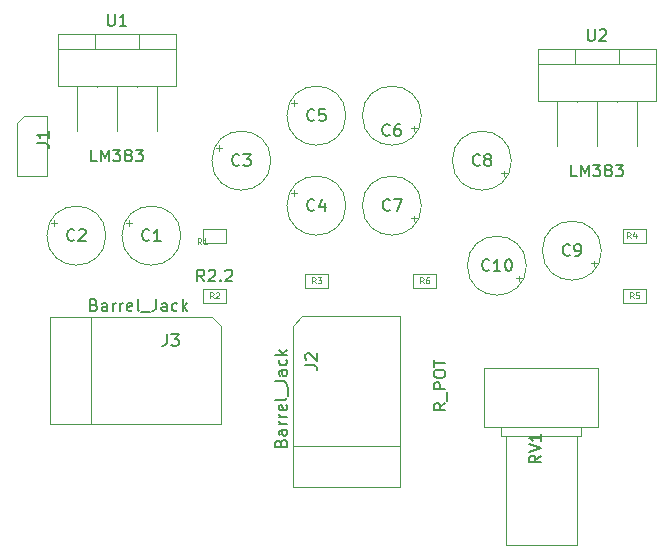
<source format=gbr>
G04 #@! TF.GenerationSoftware,KiCad,Pcbnew,5.0.2+dfsg1-1~bpo9+1*
G04 #@! TF.CreationDate,2020-02-19T00:58:45-05:00*
G04 #@! TF.ProjectId,pcb_amp,7063625f-616d-4702-9e6b-696361645f70,rev?*
G04 #@! TF.SameCoordinates,Original*
G04 #@! TF.FileFunction,Other,Fab,Top*
%FSLAX46Y46*%
G04 Gerber Fmt 4.6, Leading zero omitted, Abs format (unit mm)*
G04 Created by KiCad (PCBNEW 5.0.2+dfsg1-1~bpo9+1) date Wed 19 Feb 2020 12:58:45 AM EST*
%MOMM*%
%LPD*%
G01*
G04 APERTURE LIST*
%ADD10C,0.100000*%
%ADD11C,0.150000*%
%ADD12C,0.080000*%
G04 APERTURE END LIST*
D10*
G04 #@! TO.C,C1*
X116206395Y-93912500D02*
X116206395Y-94412500D01*
X115956395Y-94162500D02*
X116456395Y-94162500D01*
X120590000Y-95250000D02*
G75*
G03X120590000Y-95250000I-2500000J0D01*
G01*
G04 #@! TO.C,C2*
X109856395Y-93912500D02*
X109856395Y-94412500D01*
X109606395Y-94162500D02*
X110106395Y-94162500D01*
X114240000Y-95250000D02*
G75*
G03X114240000Y-95250000I-2500000J0D01*
G01*
G04 #@! TO.C,C3*
X128210000Y-88900000D02*
G75*
G03X128210000Y-88900000I-2500000J0D01*
G01*
X123576395Y-87812500D02*
X124076395Y-87812500D01*
X123826395Y-87562500D02*
X123826395Y-88062500D01*
G04 #@! TO.C,C4*
X130176395Y-91372500D02*
X130176395Y-91872500D01*
X129926395Y-91622500D02*
X130426395Y-91622500D01*
X134560000Y-92710000D02*
G75*
G03X134560000Y-92710000I-2500000J0D01*
G01*
G04 #@! TO.C,C5*
X130176395Y-83752500D02*
X130176395Y-84252500D01*
X129926395Y-84002500D02*
X130426395Y-84002500D01*
X134560000Y-85090000D02*
G75*
G03X134560000Y-85090000I-2500000J0D01*
G01*
G04 #@! TO.C,C6*
X140950000Y-85090000D02*
G75*
G03X140950000Y-85090000I-2500000J0D01*
G01*
X140583605Y-86177500D02*
X140083605Y-86177500D01*
X140333605Y-86427500D02*
X140333605Y-85927500D01*
G04 #@! TO.C,C7*
X140950000Y-92710000D02*
G75*
G03X140950000Y-92710000I-2500000J0D01*
G01*
X140583605Y-93797500D02*
X140083605Y-93797500D01*
X140333605Y-94047500D02*
X140333605Y-93547500D01*
G04 #@! TO.C,C8*
X148570000Y-88900000D02*
G75*
G03X148570000Y-88900000I-2500000J0D01*
G01*
X148203605Y-89987500D02*
X147703605Y-89987500D01*
X147953605Y-90237500D02*
X147953605Y-89737500D01*
G04 #@! TO.C,C9*
X156190000Y-96520000D02*
G75*
G03X156190000Y-96520000I-2500000J0D01*
G01*
X155823605Y-97607500D02*
X155323605Y-97607500D01*
X155573605Y-97857500D02*
X155573605Y-97357500D01*
G04 #@! TO.C,C10*
X149223605Y-99127500D02*
X149223605Y-98627500D01*
X149473605Y-98877500D02*
X148973605Y-98877500D01*
X149840000Y-97790000D02*
G75*
G03X149840000Y-97790000I-2500000J0D01*
G01*
G04 #@! TO.C,J1*
X107315000Y-85090000D02*
X109220000Y-85090000D01*
X109220000Y-85090000D02*
X109220000Y-90170000D01*
X109220000Y-90170000D02*
X106680000Y-90170000D01*
X106680000Y-90170000D02*
X106680000Y-85725000D01*
X106680000Y-85725000D02*
X107315000Y-85090000D01*
G04 #@! TO.C,J2*
X130114575Y-102873213D02*
X130870000Y-102070000D01*
X130120000Y-113070000D02*
X139120000Y-113070000D01*
X130120000Y-116570000D02*
X139120000Y-116570000D01*
X139120000Y-116570000D02*
X139120000Y-102070000D01*
X139120000Y-102070000D02*
X130870000Y-102070000D01*
X130120000Y-102870000D02*
X130120000Y-116570000D01*
G04 #@! TO.C,R1*
X124435000Y-95850000D02*
X122435000Y-95850000D01*
X124435000Y-94650000D02*
X124435000Y-95850000D01*
X122435000Y-94650000D02*
X124435000Y-94650000D01*
X122435000Y-95850000D02*
X122435000Y-94650000D01*
G04 #@! TO.C,R2*
X124435000Y-99730000D02*
X124435000Y-100930000D01*
X124435000Y-100930000D02*
X122435000Y-100930000D01*
X122435000Y-100930000D02*
X122435000Y-99730000D01*
X122435000Y-99730000D02*
X124435000Y-99730000D01*
G04 #@! TO.C,R3*
X131080000Y-98460000D02*
X133080000Y-98460000D01*
X131080000Y-99660000D02*
X131080000Y-98460000D01*
X133080000Y-99660000D02*
X131080000Y-99660000D01*
X133080000Y-98460000D02*
X133080000Y-99660000D01*
G04 #@! TO.C,R4*
X157995000Y-95850000D02*
X157995000Y-94650000D01*
X157995000Y-94650000D02*
X159995000Y-94650000D01*
X159995000Y-94650000D02*
X159995000Y-95850000D01*
X159995000Y-95850000D02*
X157995000Y-95850000D01*
G04 #@! TO.C,R5*
X157995000Y-99730000D02*
X159995000Y-99730000D01*
X157995000Y-100930000D02*
X157995000Y-99730000D01*
X159995000Y-100930000D02*
X157995000Y-100930000D01*
X159995000Y-99730000D02*
X159995000Y-100930000D01*
G04 #@! TO.C,R6*
X142215000Y-98460000D02*
X142215000Y-99660000D01*
X142215000Y-99660000D02*
X140215000Y-99660000D01*
X140215000Y-99660000D02*
X140215000Y-98460000D01*
X140215000Y-98460000D02*
X142215000Y-98460000D01*
G04 #@! TO.C,RV1*
X155940000Y-106450000D02*
X146240000Y-106450000D01*
X146240000Y-106450000D02*
X146240000Y-111450000D01*
X146240000Y-111450000D02*
X155940000Y-111450000D01*
X155940000Y-111450000D02*
X155940000Y-106450000D01*
X154490000Y-111450000D02*
X147690000Y-111450000D01*
X147690000Y-111450000D02*
X147690000Y-112250000D01*
X147690000Y-112250000D02*
X154490000Y-112250000D01*
X154490000Y-112250000D02*
X154490000Y-111450000D01*
X154090000Y-112250000D02*
X148090000Y-112250000D01*
X148090000Y-112250000D02*
X148090000Y-121450000D01*
X148090000Y-121450000D02*
X154090000Y-121450000D01*
X154090000Y-121450000D02*
X154090000Y-112250000D01*
G04 #@! TO.C,U1*
X118560000Y-82560000D02*
X118560000Y-86360000D01*
X116860000Y-82560000D02*
X116860000Y-82660000D01*
X115160000Y-82560000D02*
X115160000Y-86360000D01*
X113460000Y-82560000D02*
X113460000Y-82660000D01*
X111760000Y-82560000D02*
X111760000Y-86360000D01*
X117010000Y-78160000D02*
X117010000Y-79430000D01*
X113310000Y-78160000D02*
X113310000Y-79430000D01*
X110160000Y-79430000D02*
X120160000Y-79430000D01*
X120160000Y-78160000D02*
X110160000Y-78160000D01*
X120160000Y-82560000D02*
X120160000Y-78160000D01*
X110160000Y-82560000D02*
X120160000Y-82560000D01*
X110160000Y-78160000D02*
X110160000Y-82560000D01*
G04 #@! TO.C,U2*
X150800000Y-79430000D02*
X150800000Y-83830000D01*
X150800000Y-83830000D02*
X160800000Y-83830000D01*
X160800000Y-83830000D02*
X160800000Y-79430000D01*
X160800000Y-79430000D02*
X150800000Y-79430000D01*
X150800000Y-80700000D02*
X160800000Y-80700000D01*
X153950000Y-79430000D02*
X153950000Y-80700000D01*
X157650000Y-79430000D02*
X157650000Y-80700000D01*
X152400000Y-83830000D02*
X152400000Y-87630000D01*
X154100000Y-83830000D02*
X154100000Y-83930000D01*
X155800000Y-83830000D02*
X155800000Y-87630000D01*
X157500000Y-83830000D02*
X157500000Y-83930000D01*
X159200000Y-83830000D02*
X159200000Y-87630000D01*
G04 #@! TO.C,J3*
X123186787Y-102174575D02*
X123990000Y-102930000D01*
X112990000Y-102180000D02*
X112990000Y-111180000D01*
X109490000Y-102180000D02*
X109490000Y-111180000D01*
X109490000Y-111180000D02*
X123990000Y-111180000D01*
X123990000Y-111180000D02*
X123990000Y-102930000D01*
X123190000Y-102180000D02*
X109490000Y-102180000D01*
G04 #@! TD*
G04 #@! TO.C,C1*
D11*
X117923333Y-95607142D02*
X117875714Y-95654761D01*
X117732857Y-95702380D01*
X117637619Y-95702380D01*
X117494761Y-95654761D01*
X117399523Y-95559523D01*
X117351904Y-95464285D01*
X117304285Y-95273809D01*
X117304285Y-95130952D01*
X117351904Y-94940476D01*
X117399523Y-94845238D01*
X117494761Y-94750000D01*
X117637619Y-94702380D01*
X117732857Y-94702380D01*
X117875714Y-94750000D01*
X117923333Y-94797619D01*
X118875714Y-95702380D02*
X118304285Y-95702380D01*
X118590000Y-95702380D02*
X118590000Y-94702380D01*
X118494761Y-94845238D01*
X118399523Y-94940476D01*
X118304285Y-94988095D01*
G04 #@! TO.C,C2*
X111573333Y-95607142D02*
X111525714Y-95654761D01*
X111382857Y-95702380D01*
X111287619Y-95702380D01*
X111144761Y-95654761D01*
X111049523Y-95559523D01*
X111001904Y-95464285D01*
X110954285Y-95273809D01*
X110954285Y-95130952D01*
X111001904Y-94940476D01*
X111049523Y-94845238D01*
X111144761Y-94750000D01*
X111287619Y-94702380D01*
X111382857Y-94702380D01*
X111525714Y-94750000D01*
X111573333Y-94797619D01*
X111954285Y-94797619D02*
X112001904Y-94750000D01*
X112097142Y-94702380D01*
X112335238Y-94702380D01*
X112430476Y-94750000D01*
X112478095Y-94797619D01*
X112525714Y-94892857D01*
X112525714Y-94988095D01*
X112478095Y-95130952D01*
X111906666Y-95702380D01*
X112525714Y-95702380D01*
G04 #@! TO.C,C3*
X125543333Y-89257142D02*
X125495714Y-89304761D01*
X125352857Y-89352380D01*
X125257619Y-89352380D01*
X125114761Y-89304761D01*
X125019523Y-89209523D01*
X124971904Y-89114285D01*
X124924285Y-88923809D01*
X124924285Y-88780952D01*
X124971904Y-88590476D01*
X125019523Y-88495238D01*
X125114761Y-88400000D01*
X125257619Y-88352380D01*
X125352857Y-88352380D01*
X125495714Y-88400000D01*
X125543333Y-88447619D01*
X125876666Y-88352380D02*
X126495714Y-88352380D01*
X126162380Y-88733333D01*
X126305238Y-88733333D01*
X126400476Y-88780952D01*
X126448095Y-88828571D01*
X126495714Y-88923809D01*
X126495714Y-89161904D01*
X126448095Y-89257142D01*
X126400476Y-89304761D01*
X126305238Y-89352380D01*
X126019523Y-89352380D01*
X125924285Y-89304761D01*
X125876666Y-89257142D01*
G04 #@! TO.C,C4*
X131893333Y-93067142D02*
X131845714Y-93114761D01*
X131702857Y-93162380D01*
X131607619Y-93162380D01*
X131464761Y-93114761D01*
X131369523Y-93019523D01*
X131321904Y-92924285D01*
X131274285Y-92733809D01*
X131274285Y-92590952D01*
X131321904Y-92400476D01*
X131369523Y-92305238D01*
X131464761Y-92210000D01*
X131607619Y-92162380D01*
X131702857Y-92162380D01*
X131845714Y-92210000D01*
X131893333Y-92257619D01*
X132750476Y-92495714D02*
X132750476Y-93162380D01*
X132512380Y-92114761D02*
X132274285Y-92829047D01*
X132893333Y-92829047D01*
G04 #@! TO.C,C5*
X131893333Y-85447142D02*
X131845714Y-85494761D01*
X131702857Y-85542380D01*
X131607619Y-85542380D01*
X131464761Y-85494761D01*
X131369523Y-85399523D01*
X131321904Y-85304285D01*
X131274285Y-85113809D01*
X131274285Y-84970952D01*
X131321904Y-84780476D01*
X131369523Y-84685238D01*
X131464761Y-84590000D01*
X131607619Y-84542380D01*
X131702857Y-84542380D01*
X131845714Y-84590000D01*
X131893333Y-84637619D01*
X132798095Y-84542380D02*
X132321904Y-84542380D01*
X132274285Y-85018571D01*
X132321904Y-84970952D01*
X132417142Y-84923333D01*
X132655238Y-84923333D01*
X132750476Y-84970952D01*
X132798095Y-85018571D01*
X132845714Y-85113809D01*
X132845714Y-85351904D01*
X132798095Y-85447142D01*
X132750476Y-85494761D01*
X132655238Y-85542380D01*
X132417142Y-85542380D01*
X132321904Y-85494761D01*
X132274285Y-85447142D01*
G04 #@! TO.C,C6*
X138263333Y-86717142D02*
X138215714Y-86764761D01*
X138072857Y-86812380D01*
X137977619Y-86812380D01*
X137834761Y-86764761D01*
X137739523Y-86669523D01*
X137691904Y-86574285D01*
X137644285Y-86383809D01*
X137644285Y-86240952D01*
X137691904Y-86050476D01*
X137739523Y-85955238D01*
X137834761Y-85860000D01*
X137977619Y-85812380D01*
X138072857Y-85812380D01*
X138215714Y-85860000D01*
X138263333Y-85907619D01*
X139120476Y-85812380D02*
X138930000Y-85812380D01*
X138834761Y-85860000D01*
X138787142Y-85907619D01*
X138691904Y-86050476D01*
X138644285Y-86240952D01*
X138644285Y-86621904D01*
X138691904Y-86717142D01*
X138739523Y-86764761D01*
X138834761Y-86812380D01*
X139025238Y-86812380D01*
X139120476Y-86764761D01*
X139168095Y-86717142D01*
X139215714Y-86621904D01*
X139215714Y-86383809D01*
X139168095Y-86288571D01*
X139120476Y-86240952D01*
X139025238Y-86193333D01*
X138834761Y-86193333D01*
X138739523Y-86240952D01*
X138691904Y-86288571D01*
X138644285Y-86383809D01*
G04 #@! TO.C,C7*
X138283333Y-93067142D02*
X138235714Y-93114761D01*
X138092857Y-93162380D01*
X137997619Y-93162380D01*
X137854761Y-93114761D01*
X137759523Y-93019523D01*
X137711904Y-92924285D01*
X137664285Y-92733809D01*
X137664285Y-92590952D01*
X137711904Y-92400476D01*
X137759523Y-92305238D01*
X137854761Y-92210000D01*
X137997619Y-92162380D01*
X138092857Y-92162380D01*
X138235714Y-92210000D01*
X138283333Y-92257619D01*
X138616666Y-92162380D02*
X139283333Y-92162380D01*
X138854761Y-93162380D01*
G04 #@! TO.C,C8*
X145903333Y-89257142D02*
X145855714Y-89304761D01*
X145712857Y-89352380D01*
X145617619Y-89352380D01*
X145474761Y-89304761D01*
X145379523Y-89209523D01*
X145331904Y-89114285D01*
X145284285Y-88923809D01*
X145284285Y-88780952D01*
X145331904Y-88590476D01*
X145379523Y-88495238D01*
X145474761Y-88400000D01*
X145617619Y-88352380D01*
X145712857Y-88352380D01*
X145855714Y-88400000D01*
X145903333Y-88447619D01*
X146474761Y-88780952D02*
X146379523Y-88733333D01*
X146331904Y-88685714D01*
X146284285Y-88590476D01*
X146284285Y-88542857D01*
X146331904Y-88447619D01*
X146379523Y-88400000D01*
X146474761Y-88352380D01*
X146665238Y-88352380D01*
X146760476Y-88400000D01*
X146808095Y-88447619D01*
X146855714Y-88542857D01*
X146855714Y-88590476D01*
X146808095Y-88685714D01*
X146760476Y-88733333D01*
X146665238Y-88780952D01*
X146474761Y-88780952D01*
X146379523Y-88828571D01*
X146331904Y-88876190D01*
X146284285Y-88971428D01*
X146284285Y-89161904D01*
X146331904Y-89257142D01*
X146379523Y-89304761D01*
X146474761Y-89352380D01*
X146665238Y-89352380D01*
X146760476Y-89304761D01*
X146808095Y-89257142D01*
X146855714Y-89161904D01*
X146855714Y-88971428D01*
X146808095Y-88876190D01*
X146760476Y-88828571D01*
X146665238Y-88780952D01*
G04 #@! TO.C,C9*
X153523333Y-96877142D02*
X153475714Y-96924761D01*
X153332857Y-96972380D01*
X153237619Y-96972380D01*
X153094761Y-96924761D01*
X152999523Y-96829523D01*
X152951904Y-96734285D01*
X152904285Y-96543809D01*
X152904285Y-96400952D01*
X152951904Y-96210476D01*
X152999523Y-96115238D01*
X153094761Y-96020000D01*
X153237619Y-95972380D01*
X153332857Y-95972380D01*
X153475714Y-96020000D01*
X153523333Y-96067619D01*
X153999523Y-96972380D02*
X154190000Y-96972380D01*
X154285238Y-96924761D01*
X154332857Y-96877142D01*
X154428095Y-96734285D01*
X154475714Y-96543809D01*
X154475714Y-96162857D01*
X154428095Y-96067619D01*
X154380476Y-96020000D01*
X154285238Y-95972380D01*
X154094761Y-95972380D01*
X153999523Y-96020000D01*
X153951904Y-96067619D01*
X153904285Y-96162857D01*
X153904285Y-96400952D01*
X153951904Y-96496190D01*
X153999523Y-96543809D01*
X154094761Y-96591428D01*
X154285238Y-96591428D01*
X154380476Y-96543809D01*
X154428095Y-96496190D01*
X154475714Y-96400952D01*
G04 #@! TO.C,C10*
X146697142Y-98147142D02*
X146649523Y-98194761D01*
X146506666Y-98242380D01*
X146411428Y-98242380D01*
X146268571Y-98194761D01*
X146173333Y-98099523D01*
X146125714Y-98004285D01*
X146078095Y-97813809D01*
X146078095Y-97670952D01*
X146125714Y-97480476D01*
X146173333Y-97385238D01*
X146268571Y-97290000D01*
X146411428Y-97242380D01*
X146506666Y-97242380D01*
X146649523Y-97290000D01*
X146697142Y-97337619D01*
X147649523Y-98242380D02*
X147078095Y-98242380D01*
X147363809Y-98242380D02*
X147363809Y-97242380D01*
X147268571Y-97385238D01*
X147173333Y-97480476D01*
X147078095Y-97528095D01*
X148268571Y-97242380D02*
X148363809Y-97242380D01*
X148459047Y-97290000D01*
X148506666Y-97337619D01*
X148554285Y-97432857D01*
X148601904Y-97623333D01*
X148601904Y-97861428D01*
X148554285Y-98051904D01*
X148506666Y-98147142D01*
X148459047Y-98194761D01*
X148363809Y-98242380D01*
X148268571Y-98242380D01*
X148173333Y-98194761D01*
X148125714Y-98147142D01*
X148078095Y-98051904D01*
X148030476Y-97861428D01*
X148030476Y-97623333D01*
X148078095Y-97432857D01*
X148125714Y-97337619D01*
X148173333Y-97290000D01*
X148268571Y-97242380D01*
G04 #@! TO.C,J1*
X108397379Y-87408332D02*
X109111665Y-87408332D01*
X109254522Y-87455951D01*
X109349760Y-87551189D01*
X109397379Y-87694046D01*
X109397379Y-87789284D01*
X109397379Y-86408332D02*
X109397379Y-86979760D01*
X109397379Y-86694046D02*
X108397379Y-86694046D01*
X108540237Y-86789284D01*
X108635475Y-86884522D01*
X108683094Y-86979760D01*
G04 #@! TO.C,J2*
X129048571Y-112808095D02*
X129096190Y-112665238D01*
X129143809Y-112617619D01*
X129239047Y-112570000D01*
X129381904Y-112570000D01*
X129477142Y-112617619D01*
X129524761Y-112665238D01*
X129572380Y-112760476D01*
X129572380Y-113141428D01*
X128572380Y-113141428D01*
X128572380Y-112808095D01*
X128620000Y-112712857D01*
X128667619Y-112665238D01*
X128762857Y-112617619D01*
X128858095Y-112617619D01*
X128953333Y-112665238D01*
X129000952Y-112712857D01*
X129048571Y-112808095D01*
X129048571Y-113141428D01*
X129572380Y-111712857D02*
X129048571Y-111712857D01*
X128953333Y-111760476D01*
X128905714Y-111855714D01*
X128905714Y-112046190D01*
X128953333Y-112141428D01*
X129524761Y-111712857D02*
X129572380Y-111808095D01*
X129572380Y-112046190D01*
X129524761Y-112141428D01*
X129429523Y-112189047D01*
X129334285Y-112189047D01*
X129239047Y-112141428D01*
X129191428Y-112046190D01*
X129191428Y-111808095D01*
X129143809Y-111712857D01*
X129572380Y-111236666D02*
X128905714Y-111236666D01*
X129096190Y-111236666D02*
X129000952Y-111189047D01*
X128953333Y-111141428D01*
X128905714Y-111046190D01*
X128905714Y-110950952D01*
X129572380Y-110617619D02*
X128905714Y-110617619D01*
X129096190Y-110617619D02*
X129000952Y-110570000D01*
X128953333Y-110522380D01*
X128905714Y-110427142D01*
X128905714Y-110331904D01*
X129524761Y-109617619D02*
X129572380Y-109712857D01*
X129572380Y-109903333D01*
X129524761Y-109998571D01*
X129429523Y-110046190D01*
X129048571Y-110046190D01*
X128953333Y-109998571D01*
X128905714Y-109903333D01*
X128905714Y-109712857D01*
X128953333Y-109617619D01*
X129048571Y-109570000D01*
X129143809Y-109570000D01*
X129239047Y-110046190D01*
X129572380Y-108998571D02*
X129524761Y-109093809D01*
X129429523Y-109141428D01*
X128572380Y-109141428D01*
X129667619Y-108855714D02*
X129667619Y-108093809D01*
X128572380Y-107570000D02*
X129286666Y-107570000D01*
X129429523Y-107617619D01*
X129524761Y-107712857D01*
X129572380Y-107855714D01*
X129572380Y-107950952D01*
X129572380Y-106665238D02*
X129048571Y-106665238D01*
X128953333Y-106712857D01*
X128905714Y-106808095D01*
X128905714Y-106998571D01*
X128953333Y-107093809D01*
X129524761Y-106665238D02*
X129572380Y-106760476D01*
X129572380Y-106998571D01*
X129524761Y-107093809D01*
X129429523Y-107141428D01*
X129334285Y-107141428D01*
X129239047Y-107093809D01*
X129191428Y-106998571D01*
X129191428Y-106760476D01*
X129143809Y-106665238D01*
X129524761Y-105760476D02*
X129572380Y-105855714D01*
X129572380Y-106046190D01*
X129524761Y-106141428D01*
X129477142Y-106189047D01*
X129381904Y-106236666D01*
X129096190Y-106236666D01*
X129000952Y-106189047D01*
X128953333Y-106141428D01*
X128905714Y-106046190D01*
X128905714Y-105855714D01*
X128953333Y-105760476D01*
X129572380Y-105331904D02*
X128572380Y-105331904D01*
X129191428Y-105236666D02*
X129572380Y-104950952D01*
X128905714Y-104950952D02*
X129286666Y-105331904D01*
X131122380Y-106203333D02*
X131836666Y-106203333D01*
X131979523Y-106250952D01*
X132074761Y-106346190D01*
X132122380Y-106489047D01*
X132122380Y-106584285D01*
X131217619Y-105774761D02*
X131170000Y-105727142D01*
X131122380Y-105631904D01*
X131122380Y-105393809D01*
X131170000Y-105298571D01*
X131217619Y-105250952D01*
X131312857Y-105203333D01*
X131408095Y-105203333D01*
X131550952Y-105250952D01*
X132122380Y-105822380D01*
X132122380Y-105203333D01*
G04 #@! TO.C,R1*
D12*
X122326666Y-95984190D02*
X122160000Y-95746095D01*
X122040952Y-95984190D02*
X122040952Y-95484190D01*
X122231428Y-95484190D01*
X122279047Y-95508000D01*
X122302857Y-95531809D01*
X122326666Y-95579428D01*
X122326666Y-95650857D01*
X122302857Y-95698476D01*
X122279047Y-95722285D01*
X122231428Y-95746095D01*
X122040952Y-95746095D01*
X122802857Y-95984190D02*
X122517142Y-95984190D01*
X122660000Y-95984190D02*
X122660000Y-95484190D01*
X122612380Y-95555619D01*
X122564761Y-95603238D01*
X122517142Y-95627047D01*
G04 #@! TO.C,R2*
D11*
X122554047Y-99132380D02*
X122220714Y-98656190D01*
X121982619Y-99132380D02*
X121982619Y-98132380D01*
X122363571Y-98132380D01*
X122458809Y-98180000D01*
X122506428Y-98227619D01*
X122554047Y-98322857D01*
X122554047Y-98465714D01*
X122506428Y-98560952D01*
X122458809Y-98608571D01*
X122363571Y-98656190D01*
X121982619Y-98656190D01*
X122935000Y-98227619D02*
X122982619Y-98180000D01*
X123077857Y-98132380D01*
X123315952Y-98132380D01*
X123411190Y-98180000D01*
X123458809Y-98227619D01*
X123506428Y-98322857D01*
X123506428Y-98418095D01*
X123458809Y-98560952D01*
X122887380Y-99132380D01*
X123506428Y-99132380D01*
X123935000Y-99037142D02*
X123982619Y-99084761D01*
X123935000Y-99132380D01*
X123887380Y-99084761D01*
X123935000Y-99037142D01*
X123935000Y-99132380D01*
X124363571Y-98227619D02*
X124411190Y-98180000D01*
X124506428Y-98132380D01*
X124744523Y-98132380D01*
X124839761Y-98180000D01*
X124887380Y-98227619D01*
X124935000Y-98322857D01*
X124935000Y-98418095D01*
X124887380Y-98560952D01*
X124315952Y-99132380D01*
X124935000Y-99132380D01*
D12*
X123351666Y-100556190D02*
X123185000Y-100318095D01*
X123065952Y-100556190D02*
X123065952Y-100056190D01*
X123256428Y-100056190D01*
X123304047Y-100080000D01*
X123327857Y-100103809D01*
X123351666Y-100151428D01*
X123351666Y-100222857D01*
X123327857Y-100270476D01*
X123304047Y-100294285D01*
X123256428Y-100318095D01*
X123065952Y-100318095D01*
X123542142Y-100103809D02*
X123565952Y-100080000D01*
X123613571Y-100056190D01*
X123732619Y-100056190D01*
X123780238Y-100080000D01*
X123804047Y-100103809D01*
X123827857Y-100151428D01*
X123827857Y-100199047D01*
X123804047Y-100270476D01*
X123518333Y-100556190D01*
X123827857Y-100556190D01*
G04 #@! TO.C,R3*
X131996666Y-99286190D02*
X131830000Y-99048095D01*
X131710952Y-99286190D02*
X131710952Y-98786190D01*
X131901428Y-98786190D01*
X131949047Y-98810000D01*
X131972857Y-98833809D01*
X131996666Y-98881428D01*
X131996666Y-98952857D01*
X131972857Y-99000476D01*
X131949047Y-99024285D01*
X131901428Y-99048095D01*
X131710952Y-99048095D01*
X132163333Y-98786190D02*
X132472857Y-98786190D01*
X132306190Y-98976666D01*
X132377619Y-98976666D01*
X132425238Y-99000476D01*
X132449047Y-99024285D01*
X132472857Y-99071904D01*
X132472857Y-99190952D01*
X132449047Y-99238571D01*
X132425238Y-99262380D01*
X132377619Y-99286190D01*
X132234761Y-99286190D01*
X132187142Y-99262380D01*
X132163333Y-99238571D01*
G04 #@! TO.C,R4*
X158666666Y-95476190D02*
X158500000Y-95238095D01*
X158380952Y-95476190D02*
X158380952Y-94976190D01*
X158571428Y-94976190D01*
X158619047Y-95000000D01*
X158642857Y-95023809D01*
X158666666Y-95071428D01*
X158666666Y-95142857D01*
X158642857Y-95190476D01*
X158619047Y-95214285D01*
X158571428Y-95238095D01*
X158380952Y-95238095D01*
X159095238Y-95142857D02*
X159095238Y-95476190D01*
X158976190Y-94952380D02*
X158857142Y-95309523D01*
X159166666Y-95309523D01*
G04 #@! TO.C,R5*
X158911666Y-100556190D02*
X158745000Y-100318095D01*
X158625952Y-100556190D02*
X158625952Y-100056190D01*
X158816428Y-100056190D01*
X158864047Y-100080000D01*
X158887857Y-100103809D01*
X158911666Y-100151428D01*
X158911666Y-100222857D01*
X158887857Y-100270476D01*
X158864047Y-100294285D01*
X158816428Y-100318095D01*
X158625952Y-100318095D01*
X159364047Y-100056190D02*
X159125952Y-100056190D01*
X159102142Y-100294285D01*
X159125952Y-100270476D01*
X159173571Y-100246666D01*
X159292619Y-100246666D01*
X159340238Y-100270476D01*
X159364047Y-100294285D01*
X159387857Y-100341904D01*
X159387857Y-100460952D01*
X159364047Y-100508571D01*
X159340238Y-100532380D01*
X159292619Y-100556190D01*
X159173571Y-100556190D01*
X159125952Y-100532380D01*
X159102142Y-100508571D01*
G04 #@! TO.C,R6*
X141131666Y-99286190D02*
X140965000Y-99048095D01*
X140845952Y-99286190D02*
X140845952Y-98786190D01*
X141036428Y-98786190D01*
X141084047Y-98810000D01*
X141107857Y-98833809D01*
X141131666Y-98881428D01*
X141131666Y-98952857D01*
X141107857Y-99000476D01*
X141084047Y-99024285D01*
X141036428Y-99048095D01*
X140845952Y-99048095D01*
X141560238Y-98786190D02*
X141465000Y-98786190D01*
X141417380Y-98810000D01*
X141393571Y-98833809D01*
X141345952Y-98905238D01*
X141322142Y-99000476D01*
X141322142Y-99190952D01*
X141345952Y-99238571D01*
X141369761Y-99262380D01*
X141417380Y-99286190D01*
X141512619Y-99286190D01*
X141560238Y-99262380D01*
X141584047Y-99238571D01*
X141607857Y-99190952D01*
X141607857Y-99071904D01*
X141584047Y-99024285D01*
X141560238Y-99000476D01*
X141512619Y-98976666D01*
X141417380Y-98976666D01*
X141369761Y-99000476D01*
X141345952Y-99024285D01*
X141322142Y-99071904D01*
G04 #@! TO.C,RV1*
D11*
X142992380Y-109426190D02*
X142516190Y-109759523D01*
X142992380Y-109997619D02*
X141992380Y-109997619D01*
X141992380Y-109616666D01*
X142040000Y-109521428D01*
X142087619Y-109473809D01*
X142182857Y-109426190D01*
X142325714Y-109426190D01*
X142420952Y-109473809D01*
X142468571Y-109521428D01*
X142516190Y-109616666D01*
X142516190Y-109997619D01*
X143087619Y-109235714D02*
X143087619Y-108473809D01*
X142992380Y-108235714D02*
X141992380Y-108235714D01*
X141992380Y-107854761D01*
X142040000Y-107759523D01*
X142087619Y-107711904D01*
X142182857Y-107664285D01*
X142325714Y-107664285D01*
X142420952Y-107711904D01*
X142468571Y-107759523D01*
X142516190Y-107854761D01*
X142516190Y-108235714D01*
X141992380Y-107045238D02*
X141992380Y-106854761D01*
X142040000Y-106759523D01*
X142135238Y-106664285D01*
X142325714Y-106616666D01*
X142659047Y-106616666D01*
X142849523Y-106664285D01*
X142944761Y-106759523D01*
X142992380Y-106854761D01*
X142992380Y-107045238D01*
X142944761Y-107140476D01*
X142849523Y-107235714D01*
X142659047Y-107283333D01*
X142325714Y-107283333D01*
X142135238Y-107235714D01*
X142040000Y-107140476D01*
X141992380Y-107045238D01*
X141992380Y-106330952D02*
X141992380Y-105759523D01*
X142992380Y-106045238D02*
X141992380Y-106045238D01*
X151074380Y-113879238D02*
X150598190Y-114212571D01*
X151074380Y-114450666D02*
X150074380Y-114450666D01*
X150074380Y-114069714D01*
X150122000Y-113974476D01*
X150169619Y-113926857D01*
X150264857Y-113879238D01*
X150407714Y-113879238D01*
X150502952Y-113926857D01*
X150550571Y-113974476D01*
X150598190Y-114069714D01*
X150598190Y-114450666D01*
X150074380Y-113593523D02*
X151074380Y-113260190D01*
X150074380Y-112926857D01*
X151074380Y-112069714D02*
X151074380Y-112641142D01*
X151074380Y-112355428D02*
X150074380Y-112355428D01*
X150217238Y-112450666D01*
X150312476Y-112545904D01*
X150360095Y-112641142D01*
G04 #@! TO.C,U1*
X113469523Y-88962380D02*
X112993333Y-88962380D01*
X112993333Y-87962380D01*
X113802857Y-88962380D02*
X113802857Y-87962380D01*
X114136190Y-88676666D01*
X114469523Y-87962380D01*
X114469523Y-88962380D01*
X114850476Y-87962380D02*
X115469523Y-87962380D01*
X115136190Y-88343333D01*
X115279047Y-88343333D01*
X115374285Y-88390952D01*
X115421904Y-88438571D01*
X115469523Y-88533809D01*
X115469523Y-88771904D01*
X115421904Y-88867142D01*
X115374285Y-88914761D01*
X115279047Y-88962380D01*
X114993333Y-88962380D01*
X114898095Y-88914761D01*
X114850476Y-88867142D01*
X116040952Y-88390952D02*
X115945714Y-88343333D01*
X115898095Y-88295714D01*
X115850476Y-88200476D01*
X115850476Y-88152857D01*
X115898095Y-88057619D01*
X115945714Y-88010000D01*
X116040952Y-87962380D01*
X116231428Y-87962380D01*
X116326666Y-88010000D01*
X116374285Y-88057619D01*
X116421904Y-88152857D01*
X116421904Y-88200476D01*
X116374285Y-88295714D01*
X116326666Y-88343333D01*
X116231428Y-88390952D01*
X116040952Y-88390952D01*
X115945714Y-88438571D01*
X115898095Y-88486190D01*
X115850476Y-88581428D01*
X115850476Y-88771904D01*
X115898095Y-88867142D01*
X115945714Y-88914761D01*
X116040952Y-88962380D01*
X116231428Y-88962380D01*
X116326666Y-88914761D01*
X116374285Y-88867142D01*
X116421904Y-88771904D01*
X116421904Y-88581428D01*
X116374285Y-88486190D01*
X116326666Y-88438571D01*
X116231428Y-88390952D01*
X116755238Y-87962380D02*
X117374285Y-87962380D01*
X117040952Y-88343333D01*
X117183809Y-88343333D01*
X117279047Y-88390952D01*
X117326666Y-88438571D01*
X117374285Y-88533809D01*
X117374285Y-88771904D01*
X117326666Y-88867142D01*
X117279047Y-88914761D01*
X117183809Y-88962380D01*
X116898095Y-88962380D01*
X116802857Y-88914761D01*
X116755238Y-88867142D01*
X114398095Y-76492380D02*
X114398095Y-77301904D01*
X114445714Y-77397142D01*
X114493333Y-77444761D01*
X114588571Y-77492380D01*
X114779047Y-77492380D01*
X114874285Y-77444761D01*
X114921904Y-77397142D01*
X114969523Y-77301904D01*
X114969523Y-76492380D01*
X115969523Y-77492380D02*
X115398095Y-77492380D01*
X115683809Y-77492380D02*
X115683809Y-76492380D01*
X115588571Y-76635238D01*
X115493333Y-76730476D01*
X115398095Y-76778095D01*
G04 #@! TO.C,U2*
X154109523Y-90232380D02*
X153633333Y-90232380D01*
X153633333Y-89232380D01*
X154442857Y-90232380D02*
X154442857Y-89232380D01*
X154776190Y-89946666D01*
X155109523Y-89232380D01*
X155109523Y-90232380D01*
X155490476Y-89232380D02*
X156109523Y-89232380D01*
X155776190Y-89613333D01*
X155919047Y-89613333D01*
X156014285Y-89660952D01*
X156061904Y-89708571D01*
X156109523Y-89803809D01*
X156109523Y-90041904D01*
X156061904Y-90137142D01*
X156014285Y-90184761D01*
X155919047Y-90232380D01*
X155633333Y-90232380D01*
X155538095Y-90184761D01*
X155490476Y-90137142D01*
X156680952Y-89660952D02*
X156585714Y-89613333D01*
X156538095Y-89565714D01*
X156490476Y-89470476D01*
X156490476Y-89422857D01*
X156538095Y-89327619D01*
X156585714Y-89280000D01*
X156680952Y-89232380D01*
X156871428Y-89232380D01*
X156966666Y-89280000D01*
X157014285Y-89327619D01*
X157061904Y-89422857D01*
X157061904Y-89470476D01*
X157014285Y-89565714D01*
X156966666Y-89613333D01*
X156871428Y-89660952D01*
X156680952Y-89660952D01*
X156585714Y-89708571D01*
X156538095Y-89756190D01*
X156490476Y-89851428D01*
X156490476Y-90041904D01*
X156538095Y-90137142D01*
X156585714Y-90184761D01*
X156680952Y-90232380D01*
X156871428Y-90232380D01*
X156966666Y-90184761D01*
X157014285Y-90137142D01*
X157061904Y-90041904D01*
X157061904Y-89851428D01*
X157014285Y-89756190D01*
X156966666Y-89708571D01*
X156871428Y-89660952D01*
X157395238Y-89232380D02*
X158014285Y-89232380D01*
X157680952Y-89613333D01*
X157823809Y-89613333D01*
X157919047Y-89660952D01*
X157966666Y-89708571D01*
X158014285Y-89803809D01*
X158014285Y-90041904D01*
X157966666Y-90137142D01*
X157919047Y-90184761D01*
X157823809Y-90232380D01*
X157538095Y-90232380D01*
X157442857Y-90184761D01*
X157395238Y-90137142D01*
X155038095Y-77762380D02*
X155038095Y-78571904D01*
X155085714Y-78667142D01*
X155133333Y-78714761D01*
X155228571Y-78762380D01*
X155419047Y-78762380D01*
X155514285Y-78714761D01*
X155561904Y-78667142D01*
X155609523Y-78571904D01*
X155609523Y-77762380D01*
X156038095Y-77857619D02*
X156085714Y-77810000D01*
X156180952Y-77762380D01*
X156419047Y-77762380D01*
X156514285Y-77810000D01*
X156561904Y-77857619D01*
X156609523Y-77952857D01*
X156609523Y-78048095D01*
X156561904Y-78190952D01*
X155990476Y-78762380D01*
X156609523Y-78762380D01*
G04 #@! TO.C,J3*
X113251904Y-101108571D02*
X113394761Y-101156190D01*
X113442380Y-101203809D01*
X113490000Y-101299047D01*
X113490000Y-101441904D01*
X113442380Y-101537142D01*
X113394761Y-101584761D01*
X113299523Y-101632380D01*
X112918571Y-101632380D01*
X112918571Y-100632380D01*
X113251904Y-100632380D01*
X113347142Y-100680000D01*
X113394761Y-100727619D01*
X113442380Y-100822857D01*
X113442380Y-100918095D01*
X113394761Y-101013333D01*
X113347142Y-101060952D01*
X113251904Y-101108571D01*
X112918571Y-101108571D01*
X114347142Y-101632380D02*
X114347142Y-101108571D01*
X114299523Y-101013333D01*
X114204285Y-100965714D01*
X114013809Y-100965714D01*
X113918571Y-101013333D01*
X114347142Y-101584761D02*
X114251904Y-101632380D01*
X114013809Y-101632380D01*
X113918571Y-101584761D01*
X113870952Y-101489523D01*
X113870952Y-101394285D01*
X113918571Y-101299047D01*
X114013809Y-101251428D01*
X114251904Y-101251428D01*
X114347142Y-101203809D01*
X114823333Y-101632380D02*
X114823333Y-100965714D01*
X114823333Y-101156190D02*
X114870952Y-101060952D01*
X114918571Y-101013333D01*
X115013809Y-100965714D01*
X115109047Y-100965714D01*
X115442380Y-101632380D02*
X115442380Y-100965714D01*
X115442380Y-101156190D02*
X115490000Y-101060952D01*
X115537619Y-101013333D01*
X115632857Y-100965714D01*
X115728095Y-100965714D01*
X116442380Y-101584761D02*
X116347142Y-101632380D01*
X116156666Y-101632380D01*
X116061428Y-101584761D01*
X116013809Y-101489523D01*
X116013809Y-101108571D01*
X116061428Y-101013333D01*
X116156666Y-100965714D01*
X116347142Y-100965714D01*
X116442380Y-101013333D01*
X116490000Y-101108571D01*
X116490000Y-101203809D01*
X116013809Y-101299047D01*
X117061428Y-101632380D02*
X116966190Y-101584761D01*
X116918571Y-101489523D01*
X116918571Y-100632380D01*
X117204285Y-101727619D02*
X117966190Y-101727619D01*
X118490000Y-100632380D02*
X118490000Y-101346666D01*
X118442380Y-101489523D01*
X118347142Y-101584761D01*
X118204285Y-101632380D01*
X118109047Y-101632380D01*
X119394761Y-101632380D02*
X119394761Y-101108571D01*
X119347142Y-101013333D01*
X119251904Y-100965714D01*
X119061428Y-100965714D01*
X118966190Y-101013333D01*
X119394761Y-101584761D02*
X119299523Y-101632380D01*
X119061428Y-101632380D01*
X118966190Y-101584761D01*
X118918571Y-101489523D01*
X118918571Y-101394285D01*
X118966190Y-101299047D01*
X119061428Y-101251428D01*
X119299523Y-101251428D01*
X119394761Y-101203809D01*
X120299523Y-101584761D02*
X120204285Y-101632380D01*
X120013809Y-101632380D01*
X119918571Y-101584761D01*
X119870952Y-101537142D01*
X119823333Y-101441904D01*
X119823333Y-101156190D01*
X119870952Y-101060952D01*
X119918571Y-101013333D01*
X120013809Y-100965714D01*
X120204285Y-100965714D01*
X120299523Y-101013333D01*
X120728095Y-101632380D02*
X120728095Y-100632380D01*
X120823333Y-101251428D02*
X121109047Y-101632380D01*
X121109047Y-100965714D02*
X120728095Y-101346666D01*
X119396666Y-103592380D02*
X119396666Y-104306666D01*
X119349047Y-104449523D01*
X119253809Y-104544761D01*
X119110952Y-104592380D01*
X119015714Y-104592380D01*
X119777619Y-103592380D02*
X120396666Y-103592380D01*
X120063333Y-103973333D01*
X120206190Y-103973333D01*
X120301428Y-104020952D01*
X120349047Y-104068571D01*
X120396666Y-104163809D01*
X120396666Y-104401904D01*
X120349047Y-104497142D01*
X120301428Y-104544761D01*
X120206190Y-104592380D01*
X119920476Y-104592380D01*
X119825238Y-104544761D01*
X119777619Y-104497142D01*
G04 #@! TD*
M02*

</source>
